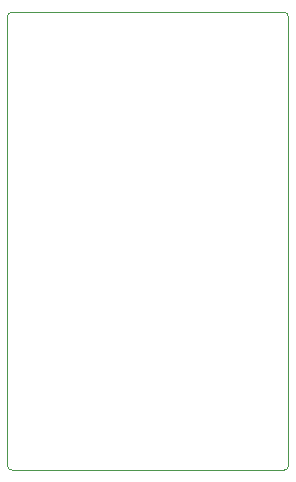
<source format=gbr>
%TF.GenerationSoftware,KiCad,Pcbnew,8.0.2-1*%
%TF.CreationDate,2025-02-04T16:39:30+07:00*%
%TF.ProjectId,ESP32-iPod-BLE,45535033-322d-4695-906f-642d424c452e,rev?*%
%TF.SameCoordinates,Original*%
%TF.FileFunction,Profile,NP*%
%FSLAX46Y46*%
G04 Gerber Fmt 4.6, Leading zero omitted, Abs format (unit mm)*
G04 Created by KiCad (PCBNEW 8.0.2-1) date 2025-02-04 16:39:30*
%MOMM*%
%LPD*%
G01*
G04 APERTURE LIST*
%TA.AperFunction,Profile*%
%ADD10C,0.050000*%
%TD*%
G04 APERTURE END LIST*
D10*
X126700000Y-108400000D02*
X103700000Y-108400000D01*
X126700000Y-69600000D02*
X103700000Y-69600000D01*
X103300000Y-70000000D02*
G75*
G02*
X103700000Y-69600000I400000J0D01*
G01*
X126700000Y-69599633D02*
G75*
G02*
X127100000Y-70000000I-367J-400367D01*
G01*
X127100000Y-108000000D02*
G75*
G02*
X126700000Y-108400000I-400000J0D01*
G01*
X103300000Y-70000000D02*
X103300000Y-108000000D01*
X103700000Y-108400000D02*
G75*
G02*
X103300000Y-108000000I0J400000D01*
G01*
X127100000Y-108000000D02*
X127100000Y-70000000D01*
M02*

</source>
